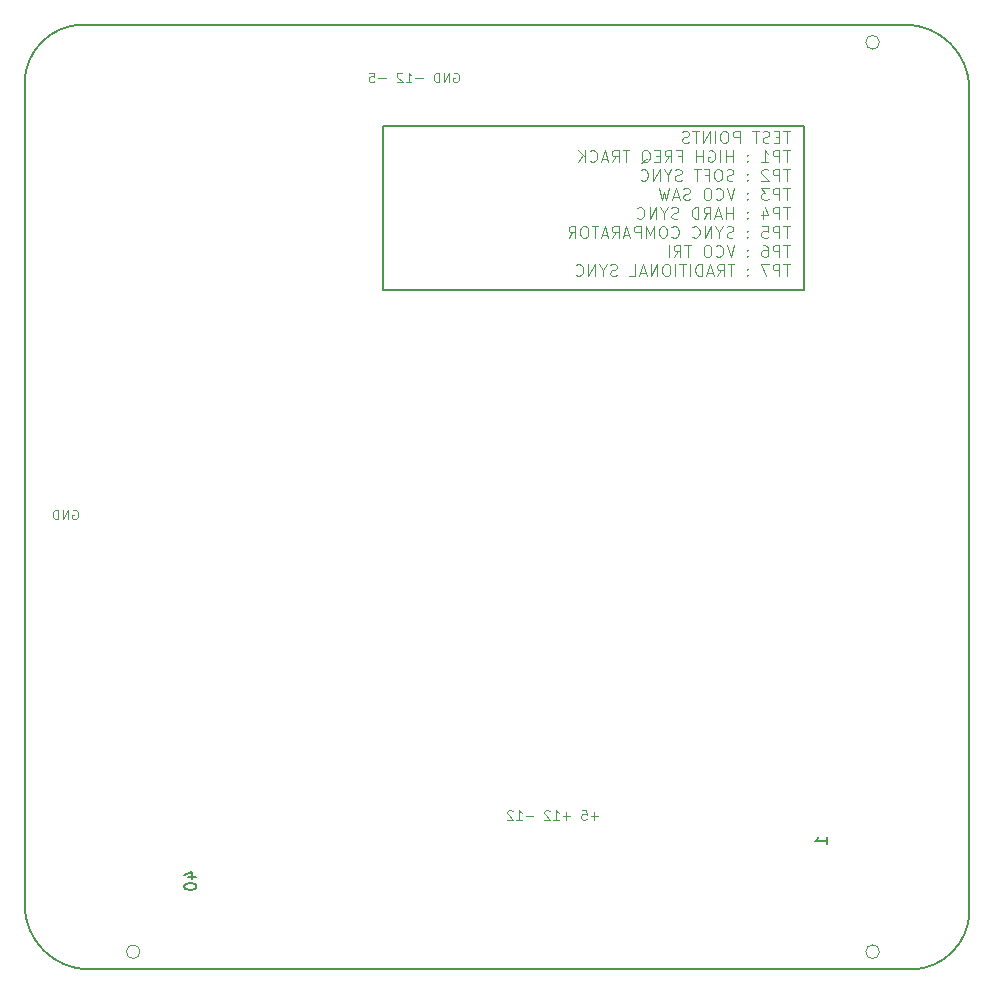
<source format=gbr>
G04 #@! TF.GenerationSoftware,KiCad,Pcbnew,7.0.11*
G04 #@! TF.CreationDate,2024-06-21T20:49:23-07:00*
G04 #@! TF.ProjectId,as3340,61733333-3430-42e6-9b69-6361645f7063,rev?*
G04 #@! TF.SameCoordinates,PX5d9f491PY90fcb2f*
G04 #@! TF.FileFunction,Legend,Bot*
G04 #@! TF.FilePolarity,Positive*
%FSLAX46Y46*%
G04 Gerber Fmt 4.6, Leading zero omitted, Abs format (unit mm)*
G04 Created by KiCad (PCBNEW 7.0.11) date 2024-06-21 20:49:23*
%MOMM*%
%LPD*%
G01*
G04 APERTURE LIST*
%ADD10C,0.150000*%
%ADD11C,0.090000*%
G04 #@! TA.AperFunction,Profile*
%ADD12C,0.150000*%
G04 #@! TD*
G04 #@! TA.AperFunction,Profile*
%ADD13C,0.050000*%
G04 #@! TD*
G04 APERTURE END LIST*
D10*
X30829999Y73029999D02*
X66429999Y73029999D01*
X66429999Y59129999D01*
X30829999Y59129999D01*
X30829999Y73029999D01*
D11*
X48989522Y14619346D02*
X48379999Y14619346D01*
X48684760Y14314584D02*
X48684760Y14924108D01*
X47618094Y15114584D02*
X47999046Y15114584D01*
X47999046Y15114584D02*
X48037142Y14733632D01*
X48037142Y14733632D02*
X47999046Y14771727D01*
X47999046Y14771727D02*
X47922856Y14809822D01*
X47922856Y14809822D02*
X47732380Y14809822D01*
X47732380Y14809822D02*
X47656189Y14771727D01*
X47656189Y14771727D02*
X47618094Y14733632D01*
X47618094Y14733632D02*
X47579999Y14657441D01*
X47579999Y14657441D02*
X47579999Y14466965D01*
X47579999Y14466965D02*
X47618094Y14390775D01*
X47618094Y14390775D02*
X47656189Y14352679D01*
X47656189Y14352679D02*
X47732380Y14314584D01*
X47732380Y14314584D02*
X47922856Y14314584D01*
X47922856Y14314584D02*
X47999046Y14352679D01*
X47999046Y14352679D02*
X48037142Y14390775D01*
X46627617Y14619346D02*
X46018094Y14619346D01*
X46322855Y14314584D02*
X46322855Y14924108D01*
X45218094Y14314584D02*
X45675237Y14314584D01*
X45446665Y14314584D02*
X45446665Y15114584D01*
X45446665Y15114584D02*
X45522856Y15000299D01*
X45522856Y15000299D02*
X45599046Y14924108D01*
X45599046Y14924108D02*
X45675237Y14886013D01*
X44913332Y15038394D02*
X44875236Y15076489D01*
X44875236Y15076489D02*
X44799046Y15114584D01*
X44799046Y15114584D02*
X44608570Y15114584D01*
X44608570Y15114584D02*
X44532379Y15076489D01*
X44532379Y15076489D02*
X44494284Y15038394D01*
X44494284Y15038394D02*
X44456189Y14962203D01*
X44456189Y14962203D02*
X44456189Y14886013D01*
X44456189Y14886013D02*
X44494284Y14771727D01*
X44494284Y14771727D02*
X44951427Y14314584D01*
X44951427Y14314584D02*
X44456189Y14314584D01*
X43503807Y14619346D02*
X42894284Y14619346D01*
X42094284Y14314584D02*
X42551427Y14314584D01*
X42322855Y14314584D02*
X42322855Y15114584D01*
X42322855Y15114584D02*
X42399046Y15000299D01*
X42399046Y15000299D02*
X42475236Y14924108D01*
X42475236Y14924108D02*
X42551427Y14886013D01*
X41789522Y15038394D02*
X41751426Y15076489D01*
X41751426Y15076489D02*
X41675236Y15114584D01*
X41675236Y15114584D02*
X41484760Y15114584D01*
X41484760Y15114584D02*
X41408569Y15076489D01*
X41408569Y15076489D02*
X41370474Y15038394D01*
X41370474Y15038394D02*
X41332379Y14962203D01*
X41332379Y14962203D02*
X41332379Y14886013D01*
X41332379Y14886013D02*
X41370474Y14771727D01*
X41370474Y14771727D02*
X41827617Y14314584D01*
X41827617Y14314584D02*
X41332379Y14314584D01*
X4539522Y40526489D02*
X4615712Y40564584D01*
X4615712Y40564584D02*
X4729998Y40564584D01*
X4729998Y40564584D02*
X4844284Y40526489D01*
X4844284Y40526489D02*
X4920474Y40450299D01*
X4920474Y40450299D02*
X4958569Y40374108D01*
X4958569Y40374108D02*
X4996665Y40221727D01*
X4996665Y40221727D02*
X4996665Y40107441D01*
X4996665Y40107441D02*
X4958569Y39955060D01*
X4958569Y39955060D02*
X4920474Y39878870D01*
X4920474Y39878870D02*
X4844284Y39802679D01*
X4844284Y39802679D02*
X4729998Y39764584D01*
X4729998Y39764584D02*
X4653807Y39764584D01*
X4653807Y39764584D02*
X4539522Y39802679D01*
X4539522Y39802679D02*
X4501426Y39840775D01*
X4501426Y39840775D02*
X4501426Y40107441D01*
X4501426Y40107441D02*
X4653807Y40107441D01*
X4158569Y39764584D02*
X4158569Y40564584D01*
X4158569Y40564584D02*
X3701426Y39764584D01*
X3701426Y39764584D02*
X3701426Y40564584D01*
X3320474Y39764584D02*
X3320474Y40564584D01*
X3320474Y40564584D02*
X3129998Y40564584D01*
X3129998Y40564584D02*
X3015712Y40526489D01*
X3015712Y40526489D02*
X2939522Y40450299D01*
X2939522Y40450299D02*
X2901427Y40374108D01*
X2901427Y40374108D02*
X2863331Y40221727D01*
X2863331Y40221727D02*
X2863331Y40107441D01*
X2863331Y40107441D02*
X2901427Y39955060D01*
X2901427Y39955060D02*
X2939522Y39878870D01*
X2939522Y39878870D02*
X3015712Y39802679D01*
X3015712Y39802679D02*
X3129998Y39764584D01*
X3129998Y39764584D02*
X3320474Y39764584D01*
X65275550Y72607060D02*
X64704122Y72607060D01*
X64989836Y71607060D02*
X64989836Y72607060D01*
X64370788Y72130870D02*
X64037455Y72130870D01*
X63894598Y71607060D02*
X64370788Y71607060D01*
X64370788Y71607060D02*
X64370788Y72607060D01*
X64370788Y72607060D02*
X63894598Y72607060D01*
X63513645Y71654679D02*
X63370788Y71607060D01*
X63370788Y71607060D02*
X63132693Y71607060D01*
X63132693Y71607060D02*
X63037455Y71654679D01*
X63037455Y71654679D02*
X62989836Y71702299D01*
X62989836Y71702299D02*
X62942217Y71797537D01*
X62942217Y71797537D02*
X62942217Y71892775D01*
X62942217Y71892775D02*
X62989836Y71988013D01*
X62989836Y71988013D02*
X63037455Y72035632D01*
X63037455Y72035632D02*
X63132693Y72083251D01*
X63132693Y72083251D02*
X63323169Y72130870D01*
X63323169Y72130870D02*
X63418407Y72178489D01*
X63418407Y72178489D02*
X63466026Y72226108D01*
X63466026Y72226108D02*
X63513645Y72321346D01*
X63513645Y72321346D02*
X63513645Y72416584D01*
X63513645Y72416584D02*
X63466026Y72511822D01*
X63466026Y72511822D02*
X63418407Y72559441D01*
X63418407Y72559441D02*
X63323169Y72607060D01*
X63323169Y72607060D02*
X63085074Y72607060D01*
X63085074Y72607060D02*
X62942217Y72559441D01*
X62656502Y72607060D02*
X62085074Y72607060D01*
X62370788Y71607060D02*
X62370788Y72607060D01*
X60989835Y71607060D02*
X60989835Y72607060D01*
X60989835Y72607060D02*
X60608883Y72607060D01*
X60608883Y72607060D02*
X60513645Y72559441D01*
X60513645Y72559441D02*
X60466026Y72511822D01*
X60466026Y72511822D02*
X60418407Y72416584D01*
X60418407Y72416584D02*
X60418407Y72273727D01*
X60418407Y72273727D02*
X60466026Y72178489D01*
X60466026Y72178489D02*
X60513645Y72130870D01*
X60513645Y72130870D02*
X60608883Y72083251D01*
X60608883Y72083251D02*
X60989835Y72083251D01*
X59799359Y72607060D02*
X59608883Y72607060D01*
X59608883Y72607060D02*
X59513645Y72559441D01*
X59513645Y72559441D02*
X59418407Y72464203D01*
X59418407Y72464203D02*
X59370788Y72273727D01*
X59370788Y72273727D02*
X59370788Y71940394D01*
X59370788Y71940394D02*
X59418407Y71749918D01*
X59418407Y71749918D02*
X59513645Y71654679D01*
X59513645Y71654679D02*
X59608883Y71607060D01*
X59608883Y71607060D02*
X59799359Y71607060D01*
X59799359Y71607060D02*
X59894597Y71654679D01*
X59894597Y71654679D02*
X59989835Y71749918D01*
X59989835Y71749918D02*
X60037454Y71940394D01*
X60037454Y71940394D02*
X60037454Y72273727D01*
X60037454Y72273727D02*
X59989835Y72464203D01*
X59989835Y72464203D02*
X59894597Y72559441D01*
X59894597Y72559441D02*
X59799359Y72607060D01*
X58942216Y71607060D02*
X58942216Y72607060D01*
X58466026Y71607060D02*
X58466026Y72607060D01*
X58466026Y72607060D02*
X57894598Y71607060D01*
X57894598Y71607060D02*
X57894598Y72607060D01*
X57561264Y72607060D02*
X56989836Y72607060D01*
X57275550Y71607060D02*
X57275550Y72607060D01*
X56704121Y71654679D02*
X56561264Y71607060D01*
X56561264Y71607060D02*
X56323169Y71607060D01*
X56323169Y71607060D02*
X56227931Y71654679D01*
X56227931Y71654679D02*
X56180312Y71702299D01*
X56180312Y71702299D02*
X56132693Y71797537D01*
X56132693Y71797537D02*
X56132693Y71892775D01*
X56132693Y71892775D02*
X56180312Y71988013D01*
X56180312Y71988013D02*
X56227931Y72035632D01*
X56227931Y72035632D02*
X56323169Y72083251D01*
X56323169Y72083251D02*
X56513645Y72130870D01*
X56513645Y72130870D02*
X56608883Y72178489D01*
X56608883Y72178489D02*
X56656502Y72226108D01*
X56656502Y72226108D02*
X56704121Y72321346D01*
X56704121Y72321346D02*
X56704121Y72416584D01*
X56704121Y72416584D02*
X56656502Y72511822D01*
X56656502Y72511822D02*
X56608883Y72559441D01*
X56608883Y72559441D02*
X56513645Y72607060D01*
X56513645Y72607060D02*
X56275550Y72607060D01*
X56275550Y72607060D02*
X56132693Y72559441D01*
X65275550Y70997060D02*
X64704122Y70997060D01*
X64989836Y69997060D02*
X64989836Y70997060D01*
X64370788Y69997060D02*
X64370788Y70997060D01*
X64370788Y70997060D02*
X63989836Y70997060D01*
X63989836Y70997060D02*
X63894598Y70949441D01*
X63894598Y70949441D02*
X63846979Y70901822D01*
X63846979Y70901822D02*
X63799360Y70806584D01*
X63799360Y70806584D02*
X63799360Y70663727D01*
X63799360Y70663727D02*
X63846979Y70568489D01*
X63846979Y70568489D02*
X63894598Y70520870D01*
X63894598Y70520870D02*
X63989836Y70473251D01*
X63989836Y70473251D02*
X64370788Y70473251D01*
X62846979Y69997060D02*
X63418407Y69997060D01*
X63132693Y69997060D02*
X63132693Y70997060D01*
X63132693Y70997060D02*
X63227931Y70854203D01*
X63227931Y70854203D02*
X63323169Y70758965D01*
X63323169Y70758965D02*
X63418407Y70711346D01*
X61656502Y70092299D02*
X61608883Y70044679D01*
X61608883Y70044679D02*
X61656502Y69997060D01*
X61656502Y69997060D02*
X61704121Y70044679D01*
X61704121Y70044679D02*
X61656502Y70092299D01*
X61656502Y70092299D02*
X61656502Y69997060D01*
X61656502Y70616108D02*
X61608883Y70568489D01*
X61608883Y70568489D02*
X61656502Y70520870D01*
X61656502Y70520870D02*
X61704121Y70568489D01*
X61704121Y70568489D02*
X61656502Y70616108D01*
X61656502Y70616108D02*
X61656502Y70520870D01*
X60418407Y69997060D02*
X60418407Y70997060D01*
X60418407Y70520870D02*
X59846979Y70520870D01*
X59846979Y69997060D02*
X59846979Y70997060D01*
X59370788Y69997060D02*
X59370788Y70997060D01*
X58370789Y70949441D02*
X58466027Y70997060D01*
X58466027Y70997060D02*
X58608884Y70997060D01*
X58608884Y70997060D02*
X58751741Y70949441D01*
X58751741Y70949441D02*
X58846979Y70854203D01*
X58846979Y70854203D02*
X58894598Y70758965D01*
X58894598Y70758965D02*
X58942217Y70568489D01*
X58942217Y70568489D02*
X58942217Y70425632D01*
X58942217Y70425632D02*
X58894598Y70235156D01*
X58894598Y70235156D02*
X58846979Y70139918D01*
X58846979Y70139918D02*
X58751741Y70044679D01*
X58751741Y70044679D02*
X58608884Y69997060D01*
X58608884Y69997060D02*
X58513646Y69997060D01*
X58513646Y69997060D02*
X58370789Y70044679D01*
X58370789Y70044679D02*
X58323170Y70092299D01*
X58323170Y70092299D02*
X58323170Y70425632D01*
X58323170Y70425632D02*
X58513646Y70425632D01*
X57894598Y69997060D02*
X57894598Y70997060D01*
X57894598Y70520870D02*
X57323170Y70520870D01*
X57323170Y69997060D02*
X57323170Y70997060D01*
X55751741Y70520870D02*
X56085074Y70520870D01*
X56085074Y69997060D02*
X56085074Y70997060D01*
X56085074Y70997060D02*
X55608884Y70997060D01*
X54656503Y69997060D02*
X54989836Y70473251D01*
X55227931Y69997060D02*
X55227931Y70997060D01*
X55227931Y70997060D02*
X54846979Y70997060D01*
X54846979Y70997060D02*
X54751741Y70949441D01*
X54751741Y70949441D02*
X54704122Y70901822D01*
X54704122Y70901822D02*
X54656503Y70806584D01*
X54656503Y70806584D02*
X54656503Y70663727D01*
X54656503Y70663727D02*
X54704122Y70568489D01*
X54704122Y70568489D02*
X54751741Y70520870D01*
X54751741Y70520870D02*
X54846979Y70473251D01*
X54846979Y70473251D02*
X55227931Y70473251D01*
X54227931Y70520870D02*
X53894598Y70520870D01*
X53751741Y69997060D02*
X54227931Y69997060D01*
X54227931Y69997060D02*
X54227931Y70997060D01*
X54227931Y70997060D02*
X53751741Y70997060D01*
X52656503Y69901822D02*
X52751741Y69949441D01*
X52751741Y69949441D02*
X52846979Y70044679D01*
X52846979Y70044679D02*
X52989836Y70187537D01*
X52989836Y70187537D02*
X53085074Y70235156D01*
X53085074Y70235156D02*
X53180312Y70235156D01*
X53132693Y69997060D02*
X53227931Y70044679D01*
X53227931Y70044679D02*
X53323169Y70139918D01*
X53323169Y70139918D02*
X53370788Y70330394D01*
X53370788Y70330394D02*
X53370788Y70663727D01*
X53370788Y70663727D02*
X53323169Y70854203D01*
X53323169Y70854203D02*
X53227931Y70949441D01*
X53227931Y70949441D02*
X53132693Y70997060D01*
X53132693Y70997060D02*
X52942217Y70997060D01*
X52942217Y70997060D02*
X52846979Y70949441D01*
X52846979Y70949441D02*
X52751741Y70854203D01*
X52751741Y70854203D02*
X52704122Y70663727D01*
X52704122Y70663727D02*
X52704122Y70330394D01*
X52704122Y70330394D02*
X52751741Y70139918D01*
X52751741Y70139918D02*
X52846979Y70044679D01*
X52846979Y70044679D02*
X52942217Y69997060D01*
X52942217Y69997060D02*
X53132693Y69997060D01*
X51656502Y70997060D02*
X51085074Y70997060D01*
X51370788Y69997060D02*
X51370788Y70997060D01*
X50180312Y69997060D02*
X50513645Y70473251D01*
X50751740Y69997060D02*
X50751740Y70997060D01*
X50751740Y70997060D02*
X50370788Y70997060D01*
X50370788Y70997060D02*
X50275550Y70949441D01*
X50275550Y70949441D02*
X50227931Y70901822D01*
X50227931Y70901822D02*
X50180312Y70806584D01*
X50180312Y70806584D02*
X50180312Y70663727D01*
X50180312Y70663727D02*
X50227931Y70568489D01*
X50227931Y70568489D02*
X50275550Y70520870D01*
X50275550Y70520870D02*
X50370788Y70473251D01*
X50370788Y70473251D02*
X50751740Y70473251D01*
X49799359Y70282775D02*
X49323169Y70282775D01*
X49894597Y69997060D02*
X49561264Y70997060D01*
X49561264Y70997060D02*
X49227931Y69997060D01*
X48323169Y70092299D02*
X48370788Y70044679D01*
X48370788Y70044679D02*
X48513645Y69997060D01*
X48513645Y69997060D02*
X48608883Y69997060D01*
X48608883Y69997060D02*
X48751740Y70044679D01*
X48751740Y70044679D02*
X48846978Y70139918D01*
X48846978Y70139918D02*
X48894597Y70235156D01*
X48894597Y70235156D02*
X48942216Y70425632D01*
X48942216Y70425632D02*
X48942216Y70568489D01*
X48942216Y70568489D02*
X48894597Y70758965D01*
X48894597Y70758965D02*
X48846978Y70854203D01*
X48846978Y70854203D02*
X48751740Y70949441D01*
X48751740Y70949441D02*
X48608883Y70997060D01*
X48608883Y70997060D02*
X48513645Y70997060D01*
X48513645Y70997060D02*
X48370788Y70949441D01*
X48370788Y70949441D02*
X48323169Y70901822D01*
X47894597Y69997060D02*
X47894597Y70997060D01*
X47323169Y69997060D02*
X47751740Y70568489D01*
X47323169Y70997060D02*
X47894597Y70425632D01*
X65275550Y69387060D02*
X64704122Y69387060D01*
X64989836Y68387060D02*
X64989836Y69387060D01*
X64370788Y68387060D02*
X64370788Y69387060D01*
X64370788Y69387060D02*
X63989836Y69387060D01*
X63989836Y69387060D02*
X63894598Y69339441D01*
X63894598Y69339441D02*
X63846979Y69291822D01*
X63846979Y69291822D02*
X63799360Y69196584D01*
X63799360Y69196584D02*
X63799360Y69053727D01*
X63799360Y69053727D02*
X63846979Y68958489D01*
X63846979Y68958489D02*
X63894598Y68910870D01*
X63894598Y68910870D02*
X63989836Y68863251D01*
X63989836Y68863251D02*
X64370788Y68863251D01*
X63418407Y69291822D02*
X63370788Y69339441D01*
X63370788Y69339441D02*
X63275550Y69387060D01*
X63275550Y69387060D02*
X63037455Y69387060D01*
X63037455Y69387060D02*
X62942217Y69339441D01*
X62942217Y69339441D02*
X62894598Y69291822D01*
X62894598Y69291822D02*
X62846979Y69196584D01*
X62846979Y69196584D02*
X62846979Y69101346D01*
X62846979Y69101346D02*
X62894598Y68958489D01*
X62894598Y68958489D02*
X63466026Y68387060D01*
X63466026Y68387060D02*
X62846979Y68387060D01*
X61656502Y68482299D02*
X61608883Y68434679D01*
X61608883Y68434679D02*
X61656502Y68387060D01*
X61656502Y68387060D02*
X61704121Y68434679D01*
X61704121Y68434679D02*
X61656502Y68482299D01*
X61656502Y68482299D02*
X61656502Y68387060D01*
X61656502Y69006108D02*
X61608883Y68958489D01*
X61608883Y68958489D02*
X61656502Y68910870D01*
X61656502Y68910870D02*
X61704121Y68958489D01*
X61704121Y68958489D02*
X61656502Y69006108D01*
X61656502Y69006108D02*
X61656502Y68910870D01*
X60466026Y68434679D02*
X60323169Y68387060D01*
X60323169Y68387060D02*
X60085074Y68387060D01*
X60085074Y68387060D02*
X59989836Y68434679D01*
X59989836Y68434679D02*
X59942217Y68482299D01*
X59942217Y68482299D02*
X59894598Y68577537D01*
X59894598Y68577537D02*
X59894598Y68672775D01*
X59894598Y68672775D02*
X59942217Y68768013D01*
X59942217Y68768013D02*
X59989836Y68815632D01*
X59989836Y68815632D02*
X60085074Y68863251D01*
X60085074Y68863251D02*
X60275550Y68910870D01*
X60275550Y68910870D02*
X60370788Y68958489D01*
X60370788Y68958489D02*
X60418407Y69006108D01*
X60418407Y69006108D02*
X60466026Y69101346D01*
X60466026Y69101346D02*
X60466026Y69196584D01*
X60466026Y69196584D02*
X60418407Y69291822D01*
X60418407Y69291822D02*
X60370788Y69339441D01*
X60370788Y69339441D02*
X60275550Y69387060D01*
X60275550Y69387060D02*
X60037455Y69387060D01*
X60037455Y69387060D02*
X59894598Y69339441D01*
X59275550Y69387060D02*
X59085074Y69387060D01*
X59085074Y69387060D02*
X58989836Y69339441D01*
X58989836Y69339441D02*
X58894598Y69244203D01*
X58894598Y69244203D02*
X58846979Y69053727D01*
X58846979Y69053727D02*
X58846979Y68720394D01*
X58846979Y68720394D02*
X58894598Y68529918D01*
X58894598Y68529918D02*
X58989836Y68434679D01*
X58989836Y68434679D02*
X59085074Y68387060D01*
X59085074Y68387060D02*
X59275550Y68387060D01*
X59275550Y68387060D02*
X59370788Y68434679D01*
X59370788Y68434679D02*
X59466026Y68529918D01*
X59466026Y68529918D02*
X59513645Y68720394D01*
X59513645Y68720394D02*
X59513645Y69053727D01*
X59513645Y69053727D02*
X59466026Y69244203D01*
X59466026Y69244203D02*
X59370788Y69339441D01*
X59370788Y69339441D02*
X59275550Y69387060D01*
X58085074Y68910870D02*
X58418407Y68910870D01*
X58418407Y68387060D02*
X58418407Y69387060D01*
X58418407Y69387060D02*
X57942217Y69387060D01*
X57704121Y69387060D02*
X57132693Y69387060D01*
X57418407Y68387060D02*
X57418407Y69387060D01*
X56085073Y68434679D02*
X55942216Y68387060D01*
X55942216Y68387060D02*
X55704121Y68387060D01*
X55704121Y68387060D02*
X55608883Y68434679D01*
X55608883Y68434679D02*
X55561264Y68482299D01*
X55561264Y68482299D02*
X55513645Y68577537D01*
X55513645Y68577537D02*
X55513645Y68672775D01*
X55513645Y68672775D02*
X55561264Y68768013D01*
X55561264Y68768013D02*
X55608883Y68815632D01*
X55608883Y68815632D02*
X55704121Y68863251D01*
X55704121Y68863251D02*
X55894597Y68910870D01*
X55894597Y68910870D02*
X55989835Y68958489D01*
X55989835Y68958489D02*
X56037454Y69006108D01*
X56037454Y69006108D02*
X56085073Y69101346D01*
X56085073Y69101346D02*
X56085073Y69196584D01*
X56085073Y69196584D02*
X56037454Y69291822D01*
X56037454Y69291822D02*
X55989835Y69339441D01*
X55989835Y69339441D02*
X55894597Y69387060D01*
X55894597Y69387060D02*
X55656502Y69387060D01*
X55656502Y69387060D02*
X55513645Y69339441D01*
X54894597Y68863251D02*
X54894597Y68387060D01*
X55227930Y69387060D02*
X54894597Y68863251D01*
X54894597Y68863251D02*
X54561264Y69387060D01*
X54227930Y68387060D02*
X54227930Y69387060D01*
X54227930Y69387060D02*
X53656502Y68387060D01*
X53656502Y68387060D02*
X53656502Y69387060D01*
X52608883Y68482299D02*
X52656502Y68434679D01*
X52656502Y68434679D02*
X52799359Y68387060D01*
X52799359Y68387060D02*
X52894597Y68387060D01*
X52894597Y68387060D02*
X53037454Y68434679D01*
X53037454Y68434679D02*
X53132692Y68529918D01*
X53132692Y68529918D02*
X53180311Y68625156D01*
X53180311Y68625156D02*
X53227930Y68815632D01*
X53227930Y68815632D02*
X53227930Y68958489D01*
X53227930Y68958489D02*
X53180311Y69148965D01*
X53180311Y69148965D02*
X53132692Y69244203D01*
X53132692Y69244203D02*
X53037454Y69339441D01*
X53037454Y69339441D02*
X52894597Y69387060D01*
X52894597Y69387060D02*
X52799359Y69387060D01*
X52799359Y69387060D02*
X52656502Y69339441D01*
X52656502Y69339441D02*
X52608883Y69291822D01*
X65275550Y67777060D02*
X64704122Y67777060D01*
X64989836Y66777060D02*
X64989836Y67777060D01*
X64370788Y66777060D02*
X64370788Y67777060D01*
X64370788Y67777060D02*
X63989836Y67777060D01*
X63989836Y67777060D02*
X63894598Y67729441D01*
X63894598Y67729441D02*
X63846979Y67681822D01*
X63846979Y67681822D02*
X63799360Y67586584D01*
X63799360Y67586584D02*
X63799360Y67443727D01*
X63799360Y67443727D02*
X63846979Y67348489D01*
X63846979Y67348489D02*
X63894598Y67300870D01*
X63894598Y67300870D02*
X63989836Y67253251D01*
X63989836Y67253251D02*
X64370788Y67253251D01*
X63466026Y67777060D02*
X62846979Y67777060D01*
X62846979Y67777060D02*
X63180312Y67396108D01*
X63180312Y67396108D02*
X63037455Y67396108D01*
X63037455Y67396108D02*
X62942217Y67348489D01*
X62942217Y67348489D02*
X62894598Y67300870D01*
X62894598Y67300870D02*
X62846979Y67205632D01*
X62846979Y67205632D02*
X62846979Y66967537D01*
X62846979Y66967537D02*
X62894598Y66872299D01*
X62894598Y66872299D02*
X62942217Y66824679D01*
X62942217Y66824679D02*
X63037455Y66777060D01*
X63037455Y66777060D02*
X63323169Y66777060D01*
X63323169Y66777060D02*
X63418407Y66824679D01*
X63418407Y66824679D02*
X63466026Y66872299D01*
X61656502Y66872299D02*
X61608883Y66824679D01*
X61608883Y66824679D02*
X61656502Y66777060D01*
X61656502Y66777060D02*
X61704121Y66824679D01*
X61704121Y66824679D02*
X61656502Y66872299D01*
X61656502Y66872299D02*
X61656502Y66777060D01*
X61656502Y67396108D02*
X61608883Y67348489D01*
X61608883Y67348489D02*
X61656502Y67300870D01*
X61656502Y67300870D02*
X61704121Y67348489D01*
X61704121Y67348489D02*
X61656502Y67396108D01*
X61656502Y67396108D02*
X61656502Y67300870D01*
X60561264Y67777060D02*
X60227931Y66777060D01*
X60227931Y66777060D02*
X59894598Y67777060D01*
X58989836Y66872299D02*
X59037455Y66824679D01*
X59037455Y66824679D02*
X59180312Y66777060D01*
X59180312Y66777060D02*
X59275550Y66777060D01*
X59275550Y66777060D02*
X59418407Y66824679D01*
X59418407Y66824679D02*
X59513645Y66919918D01*
X59513645Y66919918D02*
X59561264Y67015156D01*
X59561264Y67015156D02*
X59608883Y67205632D01*
X59608883Y67205632D02*
X59608883Y67348489D01*
X59608883Y67348489D02*
X59561264Y67538965D01*
X59561264Y67538965D02*
X59513645Y67634203D01*
X59513645Y67634203D02*
X59418407Y67729441D01*
X59418407Y67729441D02*
X59275550Y67777060D01*
X59275550Y67777060D02*
X59180312Y67777060D01*
X59180312Y67777060D02*
X59037455Y67729441D01*
X59037455Y67729441D02*
X58989836Y67681822D01*
X58370788Y67777060D02*
X58180312Y67777060D01*
X58180312Y67777060D02*
X58085074Y67729441D01*
X58085074Y67729441D02*
X57989836Y67634203D01*
X57989836Y67634203D02*
X57942217Y67443727D01*
X57942217Y67443727D02*
X57942217Y67110394D01*
X57942217Y67110394D02*
X57989836Y66919918D01*
X57989836Y66919918D02*
X58085074Y66824679D01*
X58085074Y66824679D02*
X58180312Y66777060D01*
X58180312Y66777060D02*
X58370788Y66777060D01*
X58370788Y66777060D02*
X58466026Y66824679D01*
X58466026Y66824679D02*
X58561264Y66919918D01*
X58561264Y66919918D02*
X58608883Y67110394D01*
X58608883Y67110394D02*
X58608883Y67443727D01*
X58608883Y67443727D02*
X58561264Y67634203D01*
X58561264Y67634203D02*
X58466026Y67729441D01*
X58466026Y67729441D02*
X58370788Y67777060D01*
X56799359Y66824679D02*
X56656502Y66777060D01*
X56656502Y66777060D02*
X56418407Y66777060D01*
X56418407Y66777060D02*
X56323169Y66824679D01*
X56323169Y66824679D02*
X56275550Y66872299D01*
X56275550Y66872299D02*
X56227931Y66967537D01*
X56227931Y66967537D02*
X56227931Y67062775D01*
X56227931Y67062775D02*
X56275550Y67158013D01*
X56275550Y67158013D02*
X56323169Y67205632D01*
X56323169Y67205632D02*
X56418407Y67253251D01*
X56418407Y67253251D02*
X56608883Y67300870D01*
X56608883Y67300870D02*
X56704121Y67348489D01*
X56704121Y67348489D02*
X56751740Y67396108D01*
X56751740Y67396108D02*
X56799359Y67491346D01*
X56799359Y67491346D02*
X56799359Y67586584D01*
X56799359Y67586584D02*
X56751740Y67681822D01*
X56751740Y67681822D02*
X56704121Y67729441D01*
X56704121Y67729441D02*
X56608883Y67777060D01*
X56608883Y67777060D02*
X56370788Y67777060D01*
X56370788Y67777060D02*
X56227931Y67729441D01*
X55846978Y67062775D02*
X55370788Y67062775D01*
X55942216Y66777060D02*
X55608883Y67777060D01*
X55608883Y67777060D02*
X55275550Y66777060D01*
X55037454Y67777060D02*
X54799359Y66777060D01*
X54799359Y66777060D02*
X54608883Y67491346D01*
X54608883Y67491346D02*
X54418407Y66777060D01*
X54418407Y66777060D02*
X54180312Y67777060D01*
X65275550Y66167060D02*
X64704122Y66167060D01*
X64989836Y65167060D02*
X64989836Y66167060D01*
X64370788Y65167060D02*
X64370788Y66167060D01*
X64370788Y66167060D02*
X63989836Y66167060D01*
X63989836Y66167060D02*
X63894598Y66119441D01*
X63894598Y66119441D02*
X63846979Y66071822D01*
X63846979Y66071822D02*
X63799360Y65976584D01*
X63799360Y65976584D02*
X63799360Y65833727D01*
X63799360Y65833727D02*
X63846979Y65738489D01*
X63846979Y65738489D02*
X63894598Y65690870D01*
X63894598Y65690870D02*
X63989836Y65643251D01*
X63989836Y65643251D02*
X64370788Y65643251D01*
X62942217Y65833727D02*
X62942217Y65167060D01*
X63180312Y66214679D02*
X63418407Y65500394D01*
X63418407Y65500394D02*
X62799360Y65500394D01*
X61656502Y65262299D02*
X61608883Y65214679D01*
X61608883Y65214679D02*
X61656502Y65167060D01*
X61656502Y65167060D02*
X61704121Y65214679D01*
X61704121Y65214679D02*
X61656502Y65262299D01*
X61656502Y65262299D02*
X61656502Y65167060D01*
X61656502Y65786108D02*
X61608883Y65738489D01*
X61608883Y65738489D02*
X61656502Y65690870D01*
X61656502Y65690870D02*
X61704121Y65738489D01*
X61704121Y65738489D02*
X61656502Y65786108D01*
X61656502Y65786108D02*
X61656502Y65690870D01*
X60418407Y65167060D02*
X60418407Y66167060D01*
X60418407Y65690870D02*
X59846979Y65690870D01*
X59846979Y65167060D02*
X59846979Y66167060D01*
X59418407Y65452775D02*
X58942217Y65452775D01*
X59513645Y65167060D02*
X59180312Y66167060D01*
X59180312Y66167060D02*
X58846979Y65167060D01*
X57942217Y65167060D02*
X58275550Y65643251D01*
X58513645Y65167060D02*
X58513645Y66167060D01*
X58513645Y66167060D02*
X58132693Y66167060D01*
X58132693Y66167060D02*
X58037455Y66119441D01*
X58037455Y66119441D02*
X57989836Y66071822D01*
X57989836Y66071822D02*
X57942217Y65976584D01*
X57942217Y65976584D02*
X57942217Y65833727D01*
X57942217Y65833727D02*
X57989836Y65738489D01*
X57989836Y65738489D02*
X58037455Y65690870D01*
X58037455Y65690870D02*
X58132693Y65643251D01*
X58132693Y65643251D02*
X58513645Y65643251D01*
X57513645Y65167060D02*
X57513645Y66167060D01*
X57513645Y66167060D02*
X57275550Y66167060D01*
X57275550Y66167060D02*
X57132693Y66119441D01*
X57132693Y66119441D02*
X57037455Y66024203D01*
X57037455Y66024203D02*
X56989836Y65928965D01*
X56989836Y65928965D02*
X56942217Y65738489D01*
X56942217Y65738489D02*
X56942217Y65595632D01*
X56942217Y65595632D02*
X56989836Y65405156D01*
X56989836Y65405156D02*
X57037455Y65309918D01*
X57037455Y65309918D02*
X57132693Y65214679D01*
X57132693Y65214679D02*
X57275550Y65167060D01*
X57275550Y65167060D02*
X57513645Y65167060D01*
X55799359Y65214679D02*
X55656502Y65167060D01*
X55656502Y65167060D02*
X55418407Y65167060D01*
X55418407Y65167060D02*
X55323169Y65214679D01*
X55323169Y65214679D02*
X55275550Y65262299D01*
X55275550Y65262299D02*
X55227931Y65357537D01*
X55227931Y65357537D02*
X55227931Y65452775D01*
X55227931Y65452775D02*
X55275550Y65548013D01*
X55275550Y65548013D02*
X55323169Y65595632D01*
X55323169Y65595632D02*
X55418407Y65643251D01*
X55418407Y65643251D02*
X55608883Y65690870D01*
X55608883Y65690870D02*
X55704121Y65738489D01*
X55704121Y65738489D02*
X55751740Y65786108D01*
X55751740Y65786108D02*
X55799359Y65881346D01*
X55799359Y65881346D02*
X55799359Y65976584D01*
X55799359Y65976584D02*
X55751740Y66071822D01*
X55751740Y66071822D02*
X55704121Y66119441D01*
X55704121Y66119441D02*
X55608883Y66167060D01*
X55608883Y66167060D02*
X55370788Y66167060D01*
X55370788Y66167060D02*
X55227931Y66119441D01*
X54608883Y65643251D02*
X54608883Y65167060D01*
X54942216Y66167060D02*
X54608883Y65643251D01*
X54608883Y65643251D02*
X54275550Y66167060D01*
X53942216Y65167060D02*
X53942216Y66167060D01*
X53942216Y66167060D02*
X53370788Y65167060D01*
X53370788Y65167060D02*
X53370788Y66167060D01*
X52323169Y65262299D02*
X52370788Y65214679D01*
X52370788Y65214679D02*
X52513645Y65167060D01*
X52513645Y65167060D02*
X52608883Y65167060D01*
X52608883Y65167060D02*
X52751740Y65214679D01*
X52751740Y65214679D02*
X52846978Y65309918D01*
X52846978Y65309918D02*
X52894597Y65405156D01*
X52894597Y65405156D02*
X52942216Y65595632D01*
X52942216Y65595632D02*
X52942216Y65738489D01*
X52942216Y65738489D02*
X52894597Y65928965D01*
X52894597Y65928965D02*
X52846978Y66024203D01*
X52846978Y66024203D02*
X52751740Y66119441D01*
X52751740Y66119441D02*
X52608883Y66167060D01*
X52608883Y66167060D02*
X52513645Y66167060D01*
X52513645Y66167060D02*
X52370788Y66119441D01*
X52370788Y66119441D02*
X52323169Y66071822D01*
X65275550Y64557060D02*
X64704122Y64557060D01*
X64989836Y63557060D02*
X64989836Y64557060D01*
X64370788Y63557060D02*
X64370788Y64557060D01*
X64370788Y64557060D02*
X63989836Y64557060D01*
X63989836Y64557060D02*
X63894598Y64509441D01*
X63894598Y64509441D02*
X63846979Y64461822D01*
X63846979Y64461822D02*
X63799360Y64366584D01*
X63799360Y64366584D02*
X63799360Y64223727D01*
X63799360Y64223727D02*
X63846979Y64128489D01*
X63846979Y64128489D02*
X63894598Y64080870D01*
X63894598Y64080870D02*
X63989836Y64033251D01*
X63989836Y64033251D02*
X64370788Y64033251D01*
X62894598Y64557060D02*
X63370788Y64557060D01*
X63370788Y64557060D02*
X63418407Y64080870D01*
X63418407Y64080870D02*
X63370788Y64128489D01*
X63370788Y64128489D02*
X63275550Y64176108D01*
X63275550Y64176108D02*
X63037455Y64176108D01*
X63037455Y64176108D02*
X62942217Y64128489D01*
X62942217Y64128489D02*
X62894598Y64080870D01*
X62894598Y64080870D02*
X62846979Y63985632D01*
X62846979Y63985632D02*
X62846979Y63747537D01*
X62846979Y63747537D02*
X62894598Y63652299D01*
X62894598Y63652299D02*
X62942217Y63604679D01*
X62942217Y63604679D02*
X63037455Y63557060D01*
X63037455Y63557060D02*
X63275550Y63557060D01*
X63275550Y63557060D02*
X63370788Y63604679D01*
X63370788Y63604679D02*
X63418407Y63652299D01*
X61656502Y63652299D02*
X61608883Y63604679D01*
X61608883Y63604679D02*
X61656502Y63557060D01*
X61656502Y63557060D02*
X61704121Y63604679D01*
X61704121Y63604679D02*
X61656502Y63652299D01*
X61656502Y63652299D02*
X61656502Y63557060D01*
X61656502Y64176108D02*
X61608883Y64128489D01*
X61608883Y64128489D02*
X61656502Y64080870D01*
X61656502Y64080870D02*
X61704121Y64128489D01*
X61704121Y64128489D02*
X61656502Y64176108D01*
X61656502Y64176108D02*
X61656502Y64080870D01*
X60466026Y63604679D02*
X60323169Y63557060D01*
X60323169Y63557060D02*
X60085074Y63557060D01*
X60085074Y63557060D02*
X59989836Y63604679D01*
X59989836Y63604679D02*
X59942217Y63652299D01*
X59942217Y63652299D02*
X59894598Y63747537D01*
X59894598Y63747537D02*
X59894598Y63842775D01*
X59894598Y63842775D02*
X59942217Y63938013D01*
X59942217Y63938013D02*
X59989836Y63985632D01*
X59989836Y63985632D02*
X60085074Y64033251D01*
X60085074Y64033251D02*
X60275550Y64080870D01*
X60275550Y64080870D02*
X60370788Y64128489D01*
X60370788Y64128489D02*
X60418407Y64176108D01*
X60418407Y64176108D02*
X60466026Y64271346D01*
X60466026Y64271346D02*
X60466026Y64366584D01*
X60466026Y64366584D02*
X60418407Y64461822D01*
X60418407Y64461822D02*
X60370788Y64509441D01*
X60370788Y64509441D02*
X60275550Y64557060D01*
X60275550Y64557060D02*
X60037455Y64557060D01*
X60037455Y64557060D02*
X59894598Y64509441D01*
X59275550Y64033251D02*
X59275550Y63557060D01*
X59608883Y64557060D02*
X59275550Y64033251D01*
X59275550Y64033251D02*
X58942217Y64557060D01*
X58608883Y63557060D02*
X58608883Y64557060D01*
X58608883Y64557060D02*
X58037455Y63557060D01*
X58037455Y63557060D02*
X58037455Y64557060D01*
X56989836Y63652299D02*
X57037455Y63604679D01*
X57037455Y63604679D02*
X57180312Y63557060D01*
X57180312Y63557060D02*
X57275550Y63557060D01*
X57275550Y63557060D02*
X57418407Y63604679D01*
X57418407Y63604679D02*
X57513645Y63699918D01*
X57513645Y63699918D02*
X57561264Y63795156D01*
X57561264Y63795156D02*
X57608883Y63985632D01*
X57608883Y63985632D02*
X57608883Y64128489D01*
X57608883Y64128489D02*
X57561264Y64318965D01*
X57561264Y64318965D02*
X57513645Y64414203D01*
X57513645Y64414203D02*
X57418407Y64509441D01*
X57418407Y64509441D02*
X57275550Y64557060D01*
X57275550Y64557060D02*
X57180312Y64557060D01*
X57180312Y64557060D02*
X57037455Y64509441D01*
X57037455Y64509441D02*
X56989836Y64461822D01*
X55227931Y63652299D02*
X55275550Y63604679D01*
X55275550Y63604679D02*
X55418407Y63557060D01*
X55418407Y63557060D02*
X55513645Y63557060D01*
X55513645Y63557060D02*
X55656502Y63604679D01*
X55656502Y63604679D02*
X55751740Y63699918D01*
X55751740Y63699918D02*
X55799359Y63795156D01*
X55799359Y63795156D02*
X55846978Y63985632D01*
X55846978Y63985632D02*
X55846978Y64128489D01*
X55846978Y64128489D02*
X55799359Y64318965D01*
X55799359Y64318965D02*
X55751740Y64414203D01*
X55751740Y64414203D02*
X55656502Y64509441D01*
X55656502Y64509441D02*
X55513645Y64557060D01*
X55513645Y64557060D02*
X55418407Y64557060D01*
X55418407Y64557060D02*
X55275550Y64509441D01*
X55275550Y64509441D02*
X55227931Y64461822D01*
X54608883Y64557060D02*
X54418407Y64557060D01*
X54418407Y64557060D02*
X54323169Y64509441D01*
X54323169Y64509441D02*
X54227931Y64414203D01*
X54227931Y64414203D02*
X54180312Y64223727D01*
X54180312Y64223727D02*
X54180312Y63890394D01*
X54180312Y63890394D02*
X54227931Y63699918D01*
X54227931Y63699918D02*
X54323169Y63604679D01*
X54323169Y63604679D02*
X54418407Y63557060D01*
X54418407Y63557060D02*
X54608883Y63557060D01*
X54608883Y63557060D02*
X54704121Y63604679D01*
X54704121Y63604679D02*
X54799359Y63699918D01*
X54799359Y63699918D02*
X54846978Y63890394D01*
X54846978Y63890394D02*
X54846978Y64223727D01*
X54846978Y64223727D02*
X54799359Y64414203D01*
X54799359Y64414203D02*
X54704121Y64509441D01*
X54704121Y64509441D02*
X54608883Y64557060D01*
X53751740Y63557060D02*
X53751740Y64557060D01*
X53751740Y64557060D02*
X53418407Y63842775D01*
X53418407Y63842775D02*
X53085074Y64557060D01*
X53085074Y64557060D02*
X53085074Y63557060D01*
X52608883Y63557060D02*
X52608883Y64557060D01*
X52608883Y64557060D02*
X52227931Y64557060D01*
X52227931Y64557060D02*
X52132693Y64509441D01*
X52132693Y64509441D02*
X52085074Y64461822D01*
X52085074Y64461822D02*
X52037455Y64366584D01*
X52037455Y64366584D02*
X52037455Y64223727D01*
X52037455Y64223727D02*
X52085074Y64128489D01*
X52085074Y64128489D02*
X52132693Y64080870D01*
X52132693Y64080870D02*
X52227931Y64033251D01*
X52227931Y64033251D02*
X52608883Y64033251D01*
X51656502Y63842775D02*
X51180312Y63842775D01*
X51751740Y63557060D02*
X51418407Y64557060D01*
X51418407Y64557060D02*
X51085074Y63557060D01*
X50180312Y63557060D02*
X50513645Y64033251D01*
X50751740Y63557060D02*
X50751740Y64557060D01*
X50751740Y64557060D02*
X50370788Y64557060D01*
X50370788Y64557060D02*
X50275550Y64509441D01*
X50275550Y64509441D02*
X50227931Y64461822D01*
X50227931Y64461822D02*
X50180312Y64366584D01*
X50180312Y64366584D02*
X50180312Y64223727D01*
X50180312Y64223727D02*
X50227931Y64128489D01*
X50227931Y64128489D02*
X50275550Y64080870D01*
X50275550Y64080870D02*
X50370788Y64033251D01*
X50370788Y64033251D02*
X50751740Y64033251D01*
X49799359Y63842775D02*
X49323169Y63842775D01*
X49894597Y63557060D02*
X49561264Y64557060D01*
X49561264Y64557060D02*
X49227931Y63557060D01*
X49037454Y64557060D02*
X48466026Y64557060D01*
X48751740Y63557060D02*
X48751740Y64557060D01*
X47942216Y64557060D02*
X47751740Y64557060D01*
X47751740Y64557060D02*
X47656502Y64509441D01*
X47656502Y64509441D02*
X47561264Y64414203D01*
X47561264Y64414203D02*
X47513645Y64223727D01*
X47513645Y64223727D02*
X47513645Y63890394D01*
X47513645Y63890394D02*
X47561264Y63699918D01*
X47561264Y63699918D02*
X47656502Y63604679D01*
X47656502Y63604679D02*
X47751740Y63557060D01*
X47751740Y63557060D02*
X47942216Y63557060D01*
X47942216Y63557060D02*
X48037454Y63604679D01*
X48037454Y63604679D02*
X48132692Y63699918D01*
X48132692Y63699918D02*
X48180311Y63890394D01*
X48180311Y63890394D02*
X48180311Y64223727D01*
X48180311Y64223727D02*
X48132692Y64414203D01*
X48132692Y64414203D02*
X48037454Y64509441D01*
X48037454Y64509441D02*
X47942216Y64557060D01*
X46513645Y63557060D02*
X46846978Y64033251D01*
X47085073Y63557060D02*
X47085073Y64557060D01*
X47085073Y64557060D02*
X46704121Y64557060D01*
X46704121Y64557060D02*
X46608883Y64509441D01*
X46608883Y64509441D02*
X46561264Y64461822D01*
X46561264Y64461822D02*
X46513645Y64366584D01*
X46513645Y64366584D02*
X46513645Y64223727D01*
X46513645Y64223727D02*
X46561264Y64128489D01*
X46561264Y64128489D02*
X46608883Y64080870D01*
X46608883Y64080870D02*
X46704121Y64033251D01*
X46704121Y64033251D02*
X47085073Y64033251D01*
X65275550Y62947060D02*
X64704122Y62947060D01*
X64989836Y61947060D02*
X64989836Y62947060D01*
X64370788Y61947060D02*
X64370788Y62947060D01*
X64370788Y62947060D02*
X63989836Y62947060D01*
X63989836Y62947060D02*
X63894598Y62899441D01*
X63894598Y62899441D02*
X63846979Y62851822D01*
X63846979Y62851822D02*
X63799360Y62756584D01*
X63799360Y62756584D02*
X63799360Y62613727D01*
X63799360Y62613727D02*
X63846979Y62518489D01*
X63846979Y62518489D02*
X63894598Y62470870D01*
X63894598Y62470870D02*
X63989836Y62423251D01*
X63989836Y62423251D02*
X64370788Y62423251D01*
X62942217Y62947060D02*
X63132693Y62947060D01*
X63132693Y62947060D02*
X63227931Y62899441D01*
X63227931Y62899441D02*
X63275550Y62851822D01*
X63275550Y62851822D02*
X63370788Y62708965D01*
X63370788Y62708965D02*
X63418407Y62518489D01*
X63418407Y62518489D02*
X63418407Y62137537D01*
X63418407Y62137537D02*
X63370788Y62042299D01*
X63370788Y62042299D02*
X63323169Y61994679D01*
X63323169Y61994679D02*
X63227931Y61947060D01*
X63227931Y61947060D02*
X63037455Y61947060D01*
X63037455Y61947060D02*
X62942217Y61994679D01*
X62942217Y61994679D02*
X62894598Y62042299D01*
X62894598Y62042299D02*
X62846979Y62137537D01*
X62846979Y62137537D02*
X62846979Y62375632D01*
X62846979Y62375632D02*
X62894598Y62470870D01*
X62894598Y62470870D02*
X62942217Y62518489D01*
X62942217Y62518489D02*
X63037455Y62566108D01*
X63037455Y62566108D02*
X63227931Y62566108D01*
X63227931Y62566108D02*
X63323169Y62518489D01*
X63323169Y62518489D02*
X63370788Y62470870D01*
X63370788Y62470870D02*
X63418407Y62375632D01*
X61656502Y62042299D02*
X61608883Y61994679D01*
X61608883Y61994679D02*
X61656502Y61947060D01*
X61656502Y61947060D02*
X61704121Y61994679D01*
X61704121Y61994679D02*
X61656502Y62042299D01*
X61656502Y62042299D02*
X61656502Y61947060D01*
X61656502Y62566108D02*
X61608883Y62518489D01*
X61608883Y62518489D02*
X61656502Y62470870D01*
X61656502Y62470870D02*
X61704121Y62518489D01*
X61704121Y62518489D02*
X61656502Y62566108D01*
X61656502Y62566108D02*
X61656502Y62470870D01*
X60561264Y62947060D02*
X60227931Y61947060D01*
X60227931Y61947060D02*
X59894598Y62947060D01*
X58989836Y62042299D02*
X59037455Y61994679D01*
X59037455Y61994679D02*
X59180312Y61947060D01*
X59180312Y61947060D02*
X59275550Y61947060D01*
X59275550Y61947060D02*
X59418407Y61994679D01*
X59418407Y61994679D02*
X59513645Y62089918D01*
X59513645Y62089918D02*
X59561264Y62185156D01*
X59561264Y62185156D02*
X59608883Y62375632D01*
X59608883Y62375632D02*
X59608883Y62518489D01*
X59608883Y62518489D02*
X59561264Y62708965D01*
X59561264Y62708965D02*
X59513645Y62804203D01*
X59513645Y62804203D02*
X59418407Y62899441D01*
X59418407Y62899441D02*
X59275550Y62947060D01*
X59275550Y62947060D02*
X59180312Y62947060D01*
X59180312Y62947060D02*
X59037455Y62899441D01*
X59037455Y62899441D02*
X58989836Y62851822D01*
X58370788Y62947060D02*
X58180312Y62947060D01*
X58180312Y62947060D02*
X58085074Y62899441D01*
X58085074Y62899441D02*
X57989836Y62804203D01*
X57989836Y62804203D02*
X57942217Y62613727D01*
X57942217Y62613727D02*
X57942217Y62280394D01*
X57942217Y62280394D02*
X57989836Y62089918D01*
X57989836Y62089918D02*
X58085074Y61994679D01*
X58085074Y61994679D02*
X58180312Y61947060D01*
X58180312Y61947060D02*
X58370788Y61947060D01*
X58370788Y61947060D02*
X58466026Y61994679D01*
X58466026Y61994679D02*
X58561264Y62089918D01*
X58561264Y62089918D02*
X58608883Y62280394D01*
X58608883Y62280394D02*
X58608883Y62613727D01*
X58608883Y62613727D02*
X58561264Y62804203D01*
X58561264Y62804203D02*
X58466026Y62899441D01*
X58466026Y62899441D02*
X58370788Y62947060D01*
X56894597Y62947060D02*
X56323169Y62947060D01*
X56608883Y61947060D02*
X56608883Y62947060D01*
X55418407Y61947060D02*
X55751740Y62423251D01*
X55989835Y61947060D02*
X55989835Y62947060D01*
X55989835Y62947060D02*
X55608883Y62947060D01*
X55608883Y62947060D02*
X55513645Y62899441D01*
X55513645Y62899441D02*
X55466026Y62851822D01*
X55466026Y62851822D02*
X55418407Y62756584D01*
X55418407Y62756584D02*
X55418407Y62613727D01*
X55418407Y62613727D02*
X55466026Y62518489D01*
X55466026Y62518489D02*
X55513645Y62470870D01*
X55513645Y62470870D02*
X55608883Y62423251D01*
X55608883Y62423251D02*
X55989835Y62423251D01*
X54989835Y61947060D02*
X54989835Y62947060D01*
X65275550Y61337060D02*
X64704122Y61337060D01*
X64989836Y60337060D02*
X64989836Y61337060D01*
X64370788Y60337060D02*
X64370788Y61337060D01*
X64370788Y61337060D02*
X63989836Y61337060D01*
X63989836Y61337060D02*
X63894598Y61289441D01*
X63894598Y61289441D02*
X63846979Y61241822D01*
X63846979Y61241822D02*
X63799360Y61146584D01*
X63799360Y61146584D02*
X63799360Y61003727D01*
X63799360Y61003727D02*
X63846979Y60908489D01*
X63846979Y60908489D02*
X63894598Y60860870D01*
X63894598Y60860870D02*
X63989836Y60813251D01*
X63989836Y60813251D02*
X64370788Y60813251D01*
X63466026Y61337060D02*
X62799360Y61337060D01*
X62799360Y61337060D02*
X63227931Y60337060D01*
X61656502Y60432299D02*
X61608883Y60384679D01*
X61608883Y60384679D02*
X61656502Y60337060D01*
X61656502Y60337060D02*
X61704121Y60384679D01*
X61704121Y60384679D02*
X61656502Y60432299D01*
X61656502Y60432299D02*
X61656502Y60337060D01*
X61656502Y60956108D02*
X61608883Y60908489D01*
X61608883Y60908489D02*
X61656502Y60860870D01*
X61656502Y60860870D02*
X61704121Y60908489D01*
X61704121Y60908489D02*
X61656502Y60956108D01*
X61656502Y60956108D02*
X61656502Y60860870D01*
X60561264Y61337060D02*
X59989836Y61337060D01*
X60275550Y60337060D02*
X60275550Y61337060D01*
X59085074Y60337060D02*
X59418407Y60813251D01*
X59656502Y60337060D02*
X59656502Y61337060D01*
X59656502Y61337060D02*
X59275550Y61337060D01*
X59275550Y61337060D02*
X59180312Y61289441D01*
X59180312Y61289441D02*
X59132693Y61241822D01*
X59132693Y61241822D02*
X59085074Y61146584D01*
X59085074Y61146584D02*
X59085074Y61003727D01*
X59085074Y61003727D02*
X59132693Y60908489D01*
X59132693Y60908489D02*
X59180312Y60860870D01*
X59180312Y60860870D02*
X59275550Y60813251D01*
X59275550Y60813251D02*
X59656502Y60813251D01*
X58704121Y60622775D02*
X58227931Y60622775D01*
X58799359Y60337060D02*
X58466026Y61337060D01*
X58466026Y61337060D02*
X58132693Y60337060D01*
X57799359Y60337060D02*
X57799359Y61337060D01*
X57799359Y61337060D02*
X57561264Y61337060D01*
X57561264Y61337060D02*
X57418407Y61289441D01*
X57418407Y61289441D02*
X57323169Y61194203D01*
X57323169Y61194203D02*
X57275550Y61098965D01*
X57275550Y61098965D02*
X57227931Y60908489D01*
X57227931Y60908489D02*
X57227931Y60765632D01*
X57227931Y60765632D02*
X57275550Y60575156D01*
X57275550Y60575156D02*
X57323169Y60479918D01*
X57323169Y60479918D02*
X57418407Y60384679D01*
X57418407Y60384679D02*
X57561264Y60337060D01*
X57561264Y60337060D02*
X57799359Y60337060D01*
X56799359Y60337060D02*
X56799359Y61337060D01*
X56466026Y61337060D02*
X55894598Y61337060D01*
X56180312Y60337060D02*
X56180312Y61337060D01*
X55561264Y60337060D02*
X55561264Y61337060D01*
X54894598Y61337060D02*
X54704122Y61337060D01*
X54704122Y61337060D02*
X54608884Y61289441D01*
X54608884Y61289441D02*
X54513646Y61194203D01*
X54513646Y61194203D02*
X54466027Y61003727D01*
X54466027Y61003727D02*
X54466027Y60670394D01*
X54466027Y60670394D02*
X54513646Y60479918D01*
X54513646Y60479918D02*
X54608884Y60384679D01*
X54608884Y60384679D02*
X54704122Y60337060D01*
X54704122Y60337060D02*
X54894598Y60337060D01*
X54894598Y60337060D02*
X54989836Y60384679D01*
X54989836Y60384679D02*
X55085074Y60479918D01*
X55085074Y60479918D02*
X55132693Y60670394D01*
X55132693Y60670394D02*
X55132693Y61003727D01*
X55132693Y61003727D02*
X55085074Y61194203D01*
X55085074Y61194203D02*
X54989836Y61289441D01*
X54989836Y61289441D02*
X54894598Y61337060D01*
X54037455Y60337060D02*
X54037455Y61337060D01*
X54037455Y61337060D02*
X53466027Y60337060D01*
X53466027Y60337060D02*
X53466027Y61337060D01*
X53037455Y60622775D02*
X52561265Y60622775D01*
X53132693Y60337060D02*
X52799360Y61337060D01*
X52799360Y61337060D02*
X52466027Y60337060D01*
X51656503Y60337060D02*
X52132693Y60337060D01*
X52132693Y60337060D02*
X52132693Y61337060D01*
X50608883Y60384679D02*
X50466026Y60337060D01*
X50466026Y60337060D02*
X50227931Y60337060D01*
X50227931Y60337060D02*
X50132693Y60384679D01*
X50132693Y60384679D02*
X50085074Y60432299D01*
X50085074Y60432299D02*
X50037455Y60527537D01*
X50037455Y60527537D02*
X50037455Y60622775D01*
X50037455Y60622775D02*
X50085074Y60718013D01*
X50085074Y60718013D02*
X50132693Y60765632D01*
X50132693Y60765632D02*
X50227931Y60813251D01*
X50227931Y60813251D02*
X50418407Y60860870D01*
X50418407Y60860870D02*
X50513645Y60908489D01*
X50513645Y60908489D02*
X50561264Y60956108D01*
X50561264Y60956108D02*
X50608883Y61051346D01*
X50608883Y61051346D02*
X50608883Y61146584D01*
X50608883Y61146584D02*
X50561264Y61241822D01*
X50561264Y61241822D02*
X50513645Y61289441D01*
X50513645Y61289441D02*
X50418407Y61337060D01*
X50418407Y61337060D02*
X50180312Y61337060D01*
X50180312Y61337060D02*
X50037455Y61289441D01*
X49418407Y60813251D02*
X49418407Y60337060D01*
X49751740Y61337060D02*
X49418407Y60813251D01*
X49418407Y60813251D02*
X49085074Y61337060D01*
X48751740Y60337060D02*
X48751740Y61337060D01*
X48751740Y61337060D02*
X48180312Y60337060D01*
X48180312Y60337060D02*
X48180312Y61337060D01*
X47132693Y60432299D02*
X47180312Y60384679D01*
X47180312Y60384679D02*
X47323169Y60337060D01*
X47323169Y60337060D02*
X47418407Y60337060D01*
X47418407Y60337060D02*
X47561264Y60384679D01*
X47561264Y60384679D02*
X47656502Y60479918D01*
X47656502Y60479918D02*
X47704121Y60575156D01*
X47704121Y60575156D02*
X47751740Y60765632D01*
X47751740Y60765632D02*
X47751740Y60908489D01*
X47751740Y60908489D02*
X47704121Y61098965D01*
X47704121Y61098965D02*
X47656502Y61194203D01*
X47656502Y61194203D02*
X47561264Y61289441D01*
X47561264Y61289441D02*
X47418407Y61337060D01*
X47418407Y61337060D02*
X47323169Y61337060D01*
X47323169Y61337060D02*
X47180312Y61289441D01*
X47180312Y61289441D02*
X47132693Y61241822D01*
D10*
X68384818Y12244285D02*
X68384818Y12815713D01*
X68384818Y12529999D02*
X67384818Y12529999D01*
X67384818Y12529999D02*
X67527675Y12625237D01*
X67527675Y12625237D02*
X67622913Y12720475D01*
X67622913Y12720475D02*
X67670532Y12815713D01*
D11*
X36782380Y77526489D02*
X36858570Y77564584D01*
X36858570Y77564584D02*
X36972856Y77564584D01*
X36972856Y77564584D02*
X37087142Y77526489D01*
X37087142Y77526489D02*
X37163332Y77450299D01*
X37163332Y77450299D02*
X37201427Y77374108D01*
X37201427Y77374108D02*
X37239523Y77221727D01*
X37239523Y77221727D02*
X37239523Y77107441D01*
X37239523Y77107441D02*
X37201427Y76955060D01*
X37201427Y76955060D02*
X37163332Y76878870D01*
X37163332Y76878870D02*
X37087142Y76802679D01*
X37087142Y76802679D02*
X36972856Y76764584D01*
X36972856Y76764584D02*
X36896665Y76764584D01*
X36896665Y76764584D02*
X36782380Y76802679D01*
X36782380Y76802679D02*
X36744284Y76840775D01*
X36744284Y76840775D02*
X36744284Y77107441D01*
X36744284Y77107441D02*
X36896665Y77107441D01*
X36401427Y76764584D02*
X36401427Y77564584D01*
X36401427Y77564584D02*
X35944284Y76764584D01*
X35944284Y76764584D02*
X35944284Y77564584D01*
X35563332Y76764584D02*
X35563332Y77564584D01*
X35563332Y77564584D02*
X35372856Y77564584D01*
X35372856Y77564584D02*
X35258570Y77526489D01*
X35258570Y77526489D02*
X35182380Y77450299D01*
X35182380Y77450299D02*
X35144285Y77374108D01*
X35144285Y77374108D02*
X35106189Y77221727D01*
X35106189Y77221727D02*
X35106189Y77107441D01*
X35106189Y77107441D02*
X35144285Y76955060D01*
X35144285Y76955060D02*
X35182380Y76878870D01*
X35182380Y76878870D02*
X35258570Y76802679D01*
X35258570Y76802679D02*
X35372856Y76764584D01*
X35372856Y76764584D02*
X35563332Y76764584D01*
X34153808Y77069346D02*
X33544285Y77069346D01*
X32744285Y76764584D02*
X33201428Y76764584D01*
X32972856Y76764584D02*
X32972856Y77564584D01*
X32972856Y77564584D02*
X33049047Y77450299D01*
X33049047Y77450299D02*
X33125237Y77374108D01*
X33125237Y77374108D02*
X33201428Y77336013D01*
X32439523Y77488394D02*
X32401427Y77526489D01*
X32401427Y77526489D02*
X32325237Y77564584D01*
X32325237Y77564584D02*
X32134761Y77564584D01*
X32134761Y77564584D02*
X32058570Y77526489D01*
X32058570Y77526489D02*
X32020475Y77488394D01*
X32020475Y77488394D02*
X31982380Y77412203D01*
X31982380Y77412203D02*
X31982380Y77336013D01*
X31982380Y77336013D02*
X32020475Y77221727D01*
X32020475Y77221727D02*
X32477618Y76764584D01*
X32477618Y76764584D02*
X31982380Y76764584D01*
X31029998Y77069346D02*
X30420475Y77069346D01*
X29658570Y77564584D02*
X30039522Y77564584D01*
X30039522Y77564584D02*
X30077618Y77183632D01*
X30077618Y77183632D02*
X30039522Y77221727D01*
X30039522Y77221727D02*
X29963332Y77259822D01*
X29963332Y77259822D02*
X29772856Y77259822D01*
X29772856Y77259822D02*
X29696665Y77221727D01*
X29696665Y77221727D02*
X29658570Y77183632D01*
X29658570Y77183632D02*
X29620475Y77107441D01*
X29620475Y77107441D02*
X29620475Y76916965D01*
X29620475Y76916965D02*
X29658570Y76840775D01*
X29658570Y76840775D02*
X29696665Y76802679D01*
X29696665Y76802679D02*
X29772856Y76764584D01*
X29772856Y76764584D02*
X29963332Y76764584D01*
X29963332Y76764584D02*
X30039522Y76802679D01*
X30039522Y76802679D02*
X30077618Y76840775D01*
D10*
X14318151Y9415714D02*
X14984818Y9415714D01*
X13937199Y9653809D02*
X14651484Y9891904D01*
X14651484Y9891904D02*
X14651484Y9272857D01*
X13984818Y8701428D02*
X13984818Y8606190D01*
X13984818Y8606190D02*
X14032437Y8510952D01*
X14032437Y8510952D02*
X14080056Y8463333D01*
X14080056Y8463333D02*
X14175294Y8415714D01*
X14175294Y8415714D02*
X14365770Y8368095D01*
X14365770Y8368095D02*
X14603865Y8368095D01*
X14603865Y8368095D02*
X14794341Y8415714D01*
X14794341Y8415714D02*
X14889579Y8463333D01*
X14889579Y8463333D02*
X14937199Y8510952D01*
X14937199Y8510952D02*
X14984818Y8606190D01*
X14984818Y8606190D02*
X14984818Y8701428D01*
X14984818Y8701428D02*
X14937199Y8796666D01*
X14937199Y8796666D02*
X14889579Y8844285D01*
X14889579Y8844285D02*
X14794341Y8891904D01*
X14794341Y8891904D02*
X14603865Y8939523D01*
X14603865Y8939523D02*
X14365770Y8939523D01*
X14365770Y8939523D02*
X14175294Y8891904D01*
X14175294Y8891904D02*
X14080056Y8844285D01*
X14080056Y8844285D02*
X14032437Y8796666D01*
X14032437Y8796666D02*
X13984818Y8701428D01*
D12*
X454999Y7129999D02*
G75*
G03*
X5954999Y1629999I5500000J0D01*
G01*
X75454999Y1629999D02*
G75*
G03*
X80454999Y6629999I0J5000000D01*
G01*
X75454999Y1629999D02*
X5954999Y1629999D01*
X5454999Y81629999D02*
G75*
G03*
X454999Y76629999I0J-5000000D01*
G01*
X80454999Y76129999D02*
G75*
G03*
X74954999Y81629999I-5500000J0D01*
G01*
X5454999Y81629999D02*
X74954999Y81629999D01*
X80454999Y6629999D02*
X80454999Y76129999D01*
X454999Y76629999D02*
X454999Y7129999D01*
D13*
X10230999Y3129999D02*
G75*
G03*
X9078999Y3129999I-576000J0D01*
G01*
X9078999Y3129999D02*
G75*
G03*
X10230999Y3129999I576000J0D01*
G01*
X72830999Y80129999D02*
G75*
G03*
X71678999Y80129999I-576000J0D01*
G01*
X71678999Y80129999D02*
G75*
G03*
X72830999Y80129999I576000J0D01*
G01*
X72830999Y3129999D02*
G75*
G03*
X71678999Y3129999I-576000J0D01*
G01*
X71678999Y3129999D02*
G75*
G03*
X72830999Y3129999I576000J0D01*
G01*
M02*

</source>
